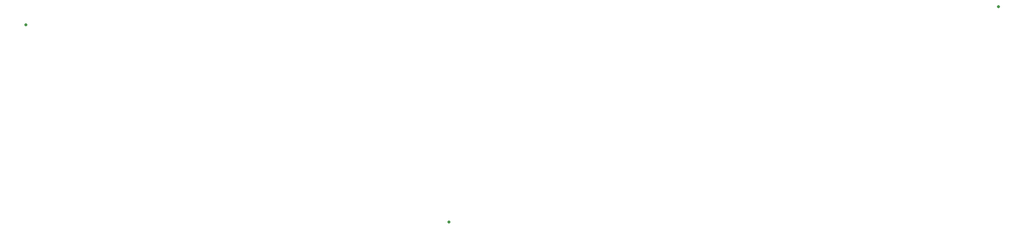
<source format=gtl>
G04 #@! TF.GenerationSoftware,KiCad,Pcbnew,7.0.2-0*
G04 #@! TF.CreationDate,2023-09-13T20:41:22+02:00*
G04 #@! TF.ProjectId,storre_plate,73746f72-7265-45f7-906c-6174652e6b69,rev?*
G04 #@! TF.SameCoordinates,Original*
G04 #@! TF.FileFunction,Copper,L1,Top*
G04 #@! TF.FilePolarity,Positive*
%FSLAX46Y46*%
G04 Gerber Fmt 4.6, Leading zero omitted, Abs format (unit mm)*
G04 Created by KiCad (PCBNEW 7.0.2-0) date 2023-09-13 20:41:22*
%MOMM*%
%LPD*%
G01*
G04 APERTURE LIST*
G04 #@! TA.AperFunction,ViaPad*
%ADD10C,0.800000*%
G04 #@! TD*
G04 APERTURE END LIST*
D10*
X315150000Y-97887500D03*
X169512500Y-155187500D03*
X57300000Y-102662500D03*
M02*

</source>
